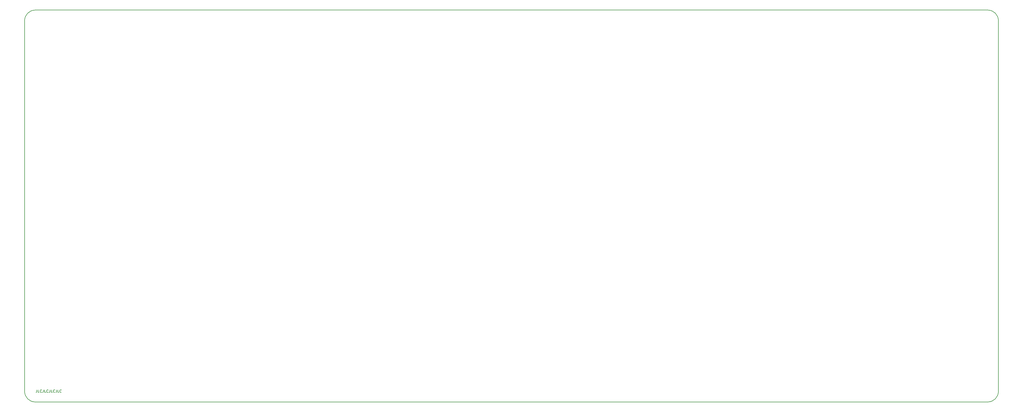
<source format=gbr>
G04 #@! TF.GenerationSoftware,KiCad,Pcbnew,5.1.10-88a1d61d58~90~ubuntu21.04.1*
G04 #@! TF.CreationDate,2021-10-21T10:44:10+02:00*
G04 #@! TF.ProjectId,discipline-bottom,64697363-6970-46c6-996e-652d626f7474,rev?*
G04 #@! TF.SameCoordinates,Original*
G04 #@! TF.FileFunction,Legend,Top*
G04 #@! TF.FilePolarity,Positive*
%FSLAX46Y46*%
G04 Gerber Fmt 4.6, Leading zero omitted, Abs format (unit mm)*
G04 Created by KiCad (PCBNEW 5.1.10-88a1d61d58~90~ubuntu21.04.1) date 2021-10-21 10:44:10*
%MOMM*%
%LPD*%
G01*
G04 APERTURE LIST*
%ADD10C,0.140000*%
G04 #@! TA.AperFunction,Profile*
%ADD11C,0.150000*%
G04 #@! TD*
G04 APERTURE END LIST*
D10*
X64391047Y-171926304D02*
X64391047Y-172497733D01*
X64352952Y-172612019D01*
X64276761Y-172688209D01*
X64162476Y-172726304D01*
X64086285Y-172726304D01*
X65152952Y-172726304D02*
X64772000Y-172726304D01*
X64772000Y-171926304D01*
X65876761Y-172650114D02*
X65838666Y-172688209D01*
X65724380Y-172726304D01*
X65648190Y-172726304D01*
X65533904Y-172688209D01*
X65457714Y-172612019D01*
X65419619Y-172535828D01*
X65381523Y-172383447D01*
X65381523Y-172269161D01*
X65419619Y-172116780D01*
X65457714Y-172040590D01*
X65533904Y-171964400D01*
X65648190Y-171926304D01*
X65724380Y-171926304D01*
X65838666Y-171964400D01*
X65876761Y-172002495D01*
X66448190Y-171926304D02*
X66448190Y-172497733D01*
X66410095Y-172612019D01*
X66333904Y-172688209D01*
X66219619Y-172726304D01*
X66143428Y-172726304D01*
X67210095Y-172726304D02*
X66829142Y-172726304D01*
X66829142Y-171926304D01*
X67933904Y-172650114D02*
X67895809Y-172688209D01*
X67781523Y-172726304D01*
X67705333Y-172726304D01*
X67591047Y-172688209D01*
X67514857Y-172612019D01*
X67476761Y-172535828D01*
X67438666Y-172383447D01*
X67438666Y-172269161D01*
X67476761Y-172116780D01*
X67514857Y-172040590D01*
X67591047Y-171964400D01*
X67705333Y-171926304D01*
X67781523Y-171926304D01*
X67895809Y-171964400D01*
X67933904Y-172002495D01*
X68505333Y-171926304D02*
X68505333Y-172497733D01*
X68467238Y-172612019D01*
X68391047Y-172688209D01*
X68276761Y-172726304D01*
X68200571Y-172726304D01*
X69267238Y-172726304D02*
X68886285Y-172726304D01*
X68886285Y-171926304D01*
X69991047Y-172650114D02*
X69952952Y-172688209D01*
X69838666Y-172726304D01*
X69762476Y-172726304D01*
X69648190Y-172688209D01*
X69572000Y-172612019D01*
X69533904Y-172535828D01*
X69495809Y-172383447D01*
X69495809Y-172269161D01*
X69533904Y-172116780D01*
X69572000Y-172040590D01*
X69648190Y-171964400D01*
X69762476Y-171926304D01*
X69838666Y-171926304D01*
X69952952Y-171964400D01*
X69991047Y-172002495D01*
X70562476Y-171926304D02*
X70562476Y-172497733D01*
X70524380Y-172612019D01*
X70448190Y-172688209D01*
X70333904Y-172726304D01*
X70257714Y-172726304D01*
X71324380Y-172726304D02*
X70943428Y-172726304D01*
X70943428Y-171926304D01*
X72048190Y-172650114D02*
X72010095Y-172688209D01*
X71895809Y-172726304D01*
X71819619Y-172726304D01*
X71705333Y-172688209D01*
X71629142Y-172612019D01*
X71591047Y-172535828D01*
X71552952Y-172383447D01*
X71552952Y-172269161D01*
X71591047Y-172116780D01*
X71629142Y-172040590D01*
X71705333Y-171964400D01*
X71819619Y-171926304D01*
X71895809Y-171926304D01*
X72010095Y-171964400D01*
X72048190Y-172002495D01*
D11*
X362129784Y-175749849D02*
X63852975Y-175749849D01*
X365436843Y-56249439D02*
X365436843Y-172442790D01*
X63849975Y-52942380D02*
X362129784Y-52942380D01*
X60542916Y-172445789D02*
X60542916Y-56249439D01*
X362129784Y-52942380D02*
G75*
G02*
X365436843Y-56249439I0J-3307059D01*
G01*
X365436843Y-172442790D02*
G75*
G02*
X362129784Y-175749849I-3307059J0D01*
G01*
X63852975Y-175749848D02*
G75*
G02*
X60542916Y-172445789I-3000J3307059D01*
G01*
X60542916Y-56249439D02*
G75*
G02*
X63849975Y-52942380I3307059J0D01*
G01*
M02*

</source>
